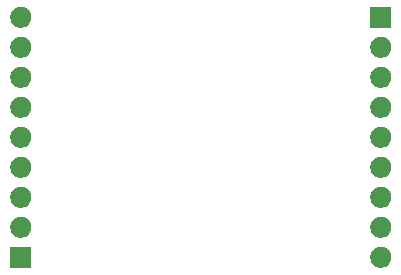
<source format=gbr>
G04 #@! TF.GenerationSoftware,KiCad,Pcbnew,(5.1.5)-3*
G04 #@! TF.CreationDate,2020-03-16T19:41:12-04:00*
G04 #@! TF.ProjectId,BreakoutGPSATGM336H,42726561-6b6f-4757-9447-50534154474d,rev?*
G04 #@! TF.SameCoordinates,Original*
G04 #@! TF.FileFunction,Soldermask,Bot*
G04 #@! TF.FilePolarity,Negative*
%FSLAX46Y46*%
G04 Gerber Fmt 4.6, Leading zero omitted, Abs format (unit mm)*
G04 Created by KiCad (PCBNEW (5.1.5)-3) date 2020-03-16 19:41:12*
%MOMM*%
%LPD*%
G04 APERTURE LIST*
%ADD10C,0.100000*%
G04 APERTURE END LIST*
D10*
G36*
X167753512Y-90543927D02*
G01*
X167902812Y-90573624D01*
X168066784Y-90641544D01*
X168214354Y-90740147D01*
X168339853Y-90865646D01*
X168438456Y-91013216D01*
X168506376Y-91177188D01*
X168541000Y-91351259D01*
X168541000Y-91528741D01*
X168506376Y-91702812D01*
X168438456Y-91866784D01*
X168339853Y-92014354D01*
X168214354Y-92139853D01*
X168066784Y-92238456D01*
X167902812Y-92306376D01*
X167753512Y-92336073D01*
X167728742Y-92341000D01*
X167551258Y-92341000D01*
X167526488Y-92336073D01*
X167377188Y-92306376D01*
X167213216Y-92238456D01*
X167065646Y-92139853D01*
X166940147Y-92014354D01*
X166841544Y-91866784D01*
X166773624Y-91702812D01*
X166739000Y-91528741D01*
X166739000Y-91351259D01*
X166773624Y-91177188D01*
X166841544Y-91013216D01*
X166940147Y-90865646D01*
X167065646Y-90740147D01*
X167213216Y-90641544D01*
X167377188Y-90573624D01*
X167526488Y-90543927D01*
X167551258Y-90539000D01*
X167728742Y-90539000D01*
X167753512Y-90543927D01*
G37*
G36*
X138061000Y-92341000D02*
G01*
X136259000Y-92341000D01*
X136259000Y-90539000D01*
X138061000Y-90539000D01*
X138061000Y-92341000D01*
G37*
G36*
X137273512Y-88003927D02*
G01*
X137422812Y-88033624D01*
X137586784Y-88101544D01*
X137734354Y-88200147D01*
X137859853Y-88325646D01*
X137958456Y-88473216D01*
X138026376Y-88637188D01*
X138061000Y-88811259D01*
X138061000Y-88988741D01*
X138026376Y-89162812D01*
X137958456Y-89326784D01*
X137859853Y-89474354D01*
X137734354Y-89599853D01*
X137586784Y-89698456D01*
X137422812Y-89766376D01*
X137273512Y-89796073D01*
X137248742Y-89801000D01*
X137071258Y-89801000D01*
X137046488Y-89796073D01*
X136897188Y-89766376D01*
X136733216Y-89698456D01*
X136585646Y-89599853D01*
X136460147Y-89474354D01*
X136361544Y-89326784D01*
X136293624Y-89162812D01*
X136259000Y-88988741D01*
X136259000Y-88811259D01*
X136293624Y-88637188D01*
X136361544Y-88473216D01*
X136460147Y-88325646D01*
X136585646Y-88200147D01*
X136733216Y-88101544D01*
X136897188Y-88033624D01*
X137046488Y-88003927D01*
X137071258Y-87999000D01*
X137248742Y-87999000D01*
X137273512Y-88003927D01*
G37*
G36*
X167753512Y-88003927D02*
G01*
X167902812Y-88033624D01*
X168066784Y-88101544D01*
X168214354Y-88200147D01*
X168339853Y-88325646D01*
X168438456Y-88473216D01*
X168506376Y-88637188D01*
X168541000Y-88811259D01*
X168541000Y-88988741D01*
X168506376Y-89162812D01*
X168438456Y-89326784D01*
X168339853Y-89474354D01*
X168214354Y-89599853D01*
X168066784Y-89698456D01*
X167902812Y-89766376D01*
X167753512Y-89796073D01*
X167728742Y-89801000D01*
X167551258Y-89801000D01*
X167526488Y-89796073D01*
X167377188Y-89766376D01*
X167213216Y-89698456D01*
X167065646Y-89599853D01*
X166940147Y-89474354D01*
X166841544Y-89326784D01*
X166773624Y-89162812D01*
X166739000Y-88988741D01*
X166739000Y-88811259D01*
X166773624Y-88637188D01*
X166841544Y-88473216D01*
X166940147Y-88325646D01*
X167065646Y-88200147D01*
X167213216Y-88101544D01*
X167377188Y-88033624D01*
X167526488Y-88003927D01*
X167551258Y-87999000D01*
X167728742Y-87999000D01*
X167753512Y-88003927D01*
G37*
G36*
X167753512Y-85463927D02*
G01*
X167902812Y-85493624D01*
X168066784Y-85561544D01*
X168214354Y-85660147D01*
X168339853Y-85785646D01*
X168438456Y-85933216D01*
X168506376Y-86097188D01*
X168541000Y-86271259D01*
X168541000Y-86448741D01*
X168506376Y-86622812D01*
X168438456Y-86786784D01*
X168339853Y-86934354D01*
X168214354Y-87059853D01*
X168066784Y-87158456D01*
X167902812Y-87226376D01*
X167753512Y-87256073D01*
X167728742Y-87261000D01*
X167551258Y-87261000D01*
X167526488Y-87256073D01*
X167377188Y-87226376D01*
X167213216Y-87158456D01*
X167065646Y-87059853D01*
X166940147Y-86934354D01*
X166841544Y-86786784D01*
X166773624Y-86622812D01*
X166739000Y-86448741D01*
X166739000Y-86271259D01*
X166773624Y-86097188D01*
X166841544Y-85933216D01*
X166940147Y-85785646D01*
X167065646Y-85660147D01*
X167213216Y-85561544D01*
X167377188Y-85493624D01*
X167526488Y-85463927D01*
X167551258Y-85459000D01*
X167728742Y-85459000D01*
X167753512Y-85463927D01*
G37*
G36*
X137273512Y-85463927D02*
G01*
X137422812Y-85493624D01*
X137586784Y-85561544D01*
X137734354Y-85660147D01*
X137859853Y-85785646D01*
X137958456Y-85933216D01*
X138026376Y-86097188D01*
X138061000Y-86271259D01*
X138061000Y-86448741D01*
X138026376Y-86622812D01*
X137958456Y-86786784D01*
X137859853Y-86934354D01*
X137734354Y-87059853D01*
X137586784Y-87158456D01*
X137422812Y-87226376D01*
X137273512Y-87256073D01*
X137248742Y-87261000D01*
X137071258Y-87261000D01*
X137046488Y-87256073D01*
X136897188Y-87226376D01*
X136733216Y-87158456D01*
X136585646Y-87059853D01*
X136460147Y-86934354D01*
X136361544Y-86786784D01*
X136293624Y-86622812D01*
X136259000Y-86448741D01*
X136259000Y-86271259D01*
X136293624Y-86097188D01*
X136361544Y-85933216D01*
X136460147Y-85785646D01*
X136585646Y-85660147D01*
X136733216Y-85561544D01*
X136897188Y-85493624D01*
X137046488Y-85463927D01*
X137071258Y-85459000D01*
X137248742Y-85459000D01*
X137273512Y-85463927D01*
G37*
G36*
X167753512Y-82923927D02*
G01*
X167902812Y-82953624D01*
X168066784Y-83021544D01*
X168214354Y-83120147D01*
X168339853Y-83245646D01*
X168438456Y-83393216D01*
X168506376Y-83557188D01*
X168541000Y-83731259D01*
X168541000Y-83908741D01*
X168506376Y-84082812D01*
X168438456Y-84246784D01*
X168339853Y-84394354D01*
X168214354Y-84519853D01*
X168066784Y-84618456D01*
X167902812Y-84686376D01*
X167753512Y-84716073D01*
X167728742Y-84721000D01*
X167551258Y-84721000D01*
X167526488Y-84716073D01*
X167377188Y-84686376D01*
X167213216Y-84618456D01*
X167065646Y-84519853D01*
X166940147Y-84394354D01*
X166841544Y-84246784D01*
X166773624Y-84082812D01*
X166739000Y-83908741D01*
X166739000Y-83731259D01*
X166773624Y-83557188D01*
X166841544Y-83393216D01*
X166940147Y-83245646D01*
X167065646Y-83120147D01*
X167213216Y-83021544D01*
X167377188Y-82953624D01*
X167526488Y-82923927D01*
X167551258Y-82919000D01*
X167728742Y-82919000D01*
X167753512Y-82923927D01*
G37*
G36*
X137273512Y-82923927D02*
G01*
X137422812Y-82953624D01*
X137586784Y-83021544D01*
X137734354Y-83120147D01*
X137859853Y-83245646D01*
X137958456Y-83393216D01*
X138026376Y-83557188D01*
X138061000Y-83731259D01*
X138061000Y-83908741D01*
X138026376Y-84082812D01*
X137958456Y-84246784D01*
X137859853Y-84394354D01*
X137734354Y-84519853D01*
X137586784Y-84618456D01*
X137422812Y-84686376D01*
X137273512Y-84716073D01*
X137248742Y-84721000D01*
X137071258Y-84721000D01*
X137046488Y-84716073D01*
X136897188Y-84686376D01*
X136733216Y-84618456D01*
X136585646Y-84519853D01*
X136460147Y-84394354D01*
X136361544Y-84246784D01*
X136293624Y-84082812D01*
X136259000Y-83908741D01*
X136259000Y-83731259D01*
X136293624Y-83557188D01*
X136361544Y-83393216D01*
X136460147Y-83245646D01*
X136585646Y-83120147D01*
X136733216Y-83021544D01*
X136897188Y-82953624D01*
X137046488Y-82923927D01*
X137071258Y-82919000D01*
X137248742Y-82919000D01*
X137273512Y-82923927D01*
G37*
G36*
X137273512Y-80383927D02*
G01*
X137422812Y-80413624D01*
X137586784Y-80481544D01*
X137734354Y-80580147D01*
X137859853Y-80705646D01*
X137958456Y-80853216D01*
X138026376Y-81017188D01*
X138061000Y-81191259D01*
X138061000Y-81368741D01*
X138026376Y-81542812D01*
X137958456Y-81706784D01*
X137859853Y-81854354D01*
X137734354Y-81979853D01*
X137586784Y-82078456D01*
X137422812Y-82146376D01*
X137273512Y-82176073D01*
X137248742Y-82181000D01*
X137071258Y-82181000D01*
X137046488Y-82176073D01*
X136897188Y-82146376D01*
X136733216Y-82078456D01*
X136585646Y-81979853D01*
X136460147Y-81854354D01*
X136361544Y-81706784D01*
X136293624Y-81542812D01*
X136259000Y-81368741D01*
X136259000Y-81191259D01*
X136293624Y-81017188D01*
X136361544Y-80853216D01*
X136460147Y-80705646D01*
X136585646Y-80580147D01*
X136733216Y-80481544D01*
X136897188Y-80413624D01*
X137046488Y-80383927D01*
X137071258Y-80379000D01*
X137248742Y-80379000D01*
X137273512Y-80383927D01*
G37*
G36*
X167753512Y-80383927D02*
G01*
X167902812Y-80413624D01*
X168066784Y-80481544D01*
X168214354Y-80580147D01*
X168339853Y-80705646D01*
X168438456Y-80853216D01*
X168506376Y-81017188D01*
X168541000Y-81191259D01*
X168541000Y-81368741D01*
X168506376Y-81542812D01*
X168438456Y-81706784D01*
X168339853Y-81854354D01*
X168214354Y-81979853D01*
X168066784Y-82078456D01*
X167902812Y-82146376D01*
X167753512Y-82176073D01*
X167728742Y-82181000D01*
X167551258Y-82181000D01*
X167526488Y-82176073D01*
X167377188Y-82146376D01*
X167213216Y-82078456D01*
X167065646Y-81979853D01*
X166940147Y-81854354D01*
X166841544Y-81706784D01*
X166773624Y-81542812D01*
X166739000Y-81368741D01*
X166739000Y-81191259D01*
X166773624Y-81017188D01*
X166841544Y-80853216D01*
X166940147Y-80705646D01*
X167065646Y-80580147D01*
X167213216Y-80481544D01*
X167377188Y-80413624D01*
X167526488Y-80383927D01*
X167551258Y-80379000D01*
X167728742Y-80379000D01*
X167753512Y-80383927D01*
G37*
G36*
X137273512Y-77843927D02*
G01*
X137422812Y-77873624D01*
X137586784Y-77941544D01*
X137734354Y-78040147D01*
X137859853Y-78165646D01*
X137958456Y-78313216D01*
X138026376Y-78477188D01*
X138061000Y-78651259D01*
X138061000Y-78828741D01*
X138026376Y-79002812D01*
X137958456Y-79166784D01*
X137859853Y-79314354D01*
X137734354Y-79439853D01*
X137586784Y-79538456D01*
X137422812Y-79606376D01*
X137273512Y-79636073D01*
X137248742Y-79641000D01*
X137071258Y-79641000D01*
X137046488Y-79636073D01*
X136897188Y-79606376D01*
X136733216Y-79538456D01*
X136585646Y-79439853D01*
X136460147Y-79314354D01*
X136361544Y-79166784D01*
X136293624Y-79002812D01*
X136259000Y-78828741D01*
X136259000Y-78651259D01*
X136293624Y-78477188D01*
X136361544Y-78313216D01*
X136460147Y-78165646D01*
X136585646Y-78040147D01*
X136733216Y-77941544D01*
X136897188Y-77873624D01*
X137046488Y-77843927D01*
X137071258Y-77839000D01*
X137248742Y-77839000D01*
X137273512Y-77843927D01*
G37*
G36*
X167753512Y-77843927D02*
G01*
X167902812Y-77873624D01*
X168066784Y-77941544D01*
X168214354Y-78040147D01*
X168339853Y-78165646D01*
X168438456Y-78313216D01*
X168506376Y-78477188D01*
X168541000Y-78651259D01*
X168541000Y-78828741D01*
X168506376Y-79002812D01*
X168438456Y-79166784D01*
X168339853Y-79314354D01*
X168214354Y-79439853D01*
X168066784Y-79538456D01*
X167902812Y-79606376D01*
X167753512Y-79636073D01*
X167728742Y-79641000D01*
X167551258Y-79641000D01*
X167526488Y-79636073D01*
X167377188Y-79606376D01*
X167213216Y-79538456D01*
X167065646Y-79439853D01*
X166940147Y-79314354D01*
X166841544Y-79166784D01*
X166773624Y-79002812D01*
X166739000Y-78828741D01*
X166739000Y-78651259D01*
X166773624Y-78477188D01*
X166841544Y-78313216D01*
X166940147Y-78165646D01*
X167065646Y-78040147D01*
X167213216Y-77941544D01*
X167377188Y-77873624D01*
X167526488Y-77843927D01*
X167551258Y-77839000D01*
X167728742Y-77839000D01*
X167753512Y-77843927D01*
G37*
G36*
X167753512Y-75303927D02*
G01*
X167902812Y-75333624D01*
X168066784Y-75401544D01*
X168214354Y-75500147D01*
X168339853Y-75625646D01*
X168438456Y-75773216D01*
X168506376Y-75937188D01*
X168541000Y-76111259D01*
X168541000Y-76288741D01*
X168506376Y-76462812D01*
X168438456Y-76626784D01*
X168339853Y-76774354D01*
X168214354Y-76899853D01*
X168066784Y-76998456D01*
X167902812Y-77066376D01*
X167753512Y-77096073D01*
X167728742Y-77101000D01*
X167551258Y-77101000D01*
X167526488Y-77096073D01*
X167377188Y-77066376D01*
X167213216Y-76998456D01*
X167065646Y-76899853D01*
X166940147Y-76774354D01*
X166841544Y-76626784D01*
X166773624Y-76462812D01*
X166739000Y-76288741D01*
X166739000Y-76111259D01*
X166773624Y-75937188D01*
X166841544Y-75773216D01*
X166940147Y-75625646D01*
X167065646Y-75500147D01*
X167213216Y-75401544D01*
X167377188Y-75333624D01*
X167526488Y-75303927D01*
X167551258Y-75299000D01*
X167728742Y-75299000D01*
X167753512Y-75303927D01*
G37*
G36*
X137273512Y-75303927D02*
G01*
X137422812Y-75333624D01*
X137586784Y-75401544D01*
X137734354Y-75500147D01*
X137859853Y-75625646D01*
X137958456Y-75773216D01*
X138026376Y-75937188D01*
X138061000Y-76111259D01*
X138061000Y-76288741D01*
X138026376Y-76462812D01*
X137958456Y-76626784D01*
X137859853Y-76774354D01*
X137734354Y-76899853D01*
X137586784Y-76998456D01*
X137422812Y-77066376D01*
X137273512Y-77096073D01*
X137248742Y-77101000D01*
X137071258Y-77101000D01*
X137046488Y-77096073D01*
X136897188Y-77066376D01*
X136733216Y-76998456D01*
X136585646Y-76899853D01*
X136460147Y-76774354D01*
X136361544Y-76626784D01*
X136293624Y-76462812D01*
X136259000Y-76288741D01*
X136259000Y-76111259D01*
X136293624Y-75937188D01*
X136361544Y-75773216D01*
X136460147Y-75625646D01*
X136585646Y-75500147D01*
X136733216Y-75401544D01*
X136897188Y-75333624D01*
X137046488Y-75303927D01*
X137071258Y-75299000D01*
X137248742Y-75299000D01*
X137273512Y-75303927D01*
G37*
G36*
X137273512Y-72763927D02*
G01*
X137422812Y-72793624D01*
X137586784Y-72861544D01*
X137734354Y-72960147D01*
X137859853Y-73085646D01*
X137958456Y-73233216D01*
X138026376Y-73397188D01*
X138061000Y-73571259D01*
X138061000Y-73748741D01*
X138026376Y-73922812D01*
X137958456Y-74086784D01*
X137859853Y-74234354D01*
X137734354Y-74359853D01*
X137586784Y-74458456D01*
X137422812Y-74526376D01*
X137273512Y-74556073D01*
X137248742Y-74561000D01*
X137071258Y-74561000D01*
X137046488Y-74556073D01*
X136897188Y-74526376D01*
X136733216Y-74458456D01*
X136585646Y-74359853D01*
X136460147Y-74234354D01*
X136361544Y-74086784D01*
X136293624Y-73922812D01*
X136259000Y-73748741D01*
X136259000Y-73571259D01*
X136293624Y-73397188D01*
X136361544Y-73233216D01*
X136460147Y-73085646D01*
X136585646Y-72960147D01*
X136733216Y-72861544D01*
X136897188Y-72793624D01*
X137046488Y-72763927D01*
X137071258Y-72759000D01*
X137248742Y-72759000D01*
X137273512Y-72763927D01*
G37*
G36*
X167753512Y-72763927D02*
G01*
X167902812Y-72793624D01*
X168066784Y-72861544D01*
X168214354Y-72960147D01*
X168339853Y-73085646D01*
X168438456Y-73233216D01*
X168506376Y-73397188D01*
X168541000Y-73571259D01*
X168541000Y-73748741D01*
X168506376Y-73922812D01*
X168438456Y-74086784D01*
X168339853Y-74234354D01*
X168214354Y-74359853D01*
X168066784Y-74458456D01*
X167902812Y-74526376D01*
X167753512Y-74556073D01*
X167728742Y-74561000D01*
X167551258Y-74561000D01*
X167526488Y-74556073D01*
X167377188Y-74526376D01*
X167213216Y-74458456D01*
X167065646Y-74359853D01*
X166940147Y-74234354D01*
X166841544Y-74086784D01*
X166773624Y-73922812D01*
X166739000Y-73748741D01*
X166739000Y-73571259D01*
X166773624Y-73397188D01*
X166841544Y-73233216D01*
X166940147Y-73085646D01*
X167065646Y-72960147D01*
X167213216Y-72861544D01*
X167377188Y-72793624D01*
X167526488Y-72763927D01*
X167551258Y-72759000D01*
X167728742Y-72759000D01*
X167753512Y-72763927D01*
G37*
G36*
X137273512Y-70223927D02*
G01*
X137422812Y-70253624D01*
X137586784Y-70321544D01*
X137734354Y-70420147D01*
X137859853Y-70545646D01*
X137958456Y-70693216D01*
X138026376Y-70857188D01*
X138061000Y-71031259D01*
X138061000Y-71208741D01*
X138026376Y-71382812D01*
X137958456Y-71546784D01*
X137859853Y-71694354D01*
X137734354Y-71819853D01*
X137586784Y-71918456D01*
X137422812Y-71986376D01*
X137273512Y-72016073D01*
X137248742Y-72021000D01*
X137071258Y-72021000D01*
X137046488Y-72016073D01*
X136897188Y-71986376D01*
X136733216Y-71918456D01*
X136585646Y-71819853D01*
X136460147Y-71694354D01*
X136361544Y-71546784D01*
X136293624Y-71382812D01*
X136259000Y-71208741D01*
X136259000Y-71031259D01*
X136293624Y-70857188D01*
X136361544Y-70693216D01*
X136460147Y-70545646D01*
X136585646Y-70420147D01*
X136733216Y-70321544D01*
X136897188Y-70253624D01*
X137046488Y-70223927D01*
X137071258Y-70219000D01*
X137248742Y-70219000D01*
X137273512Y-70223927D01*
G37*
G36*
X168541000Y-72021000D02*
G01*
X166739000Y-72021000D01*
X166739000Y-70219000D01*
X168541000Y-70219000D01*
X168541000Y-72021000D01*
G37*
M02*

</source>
